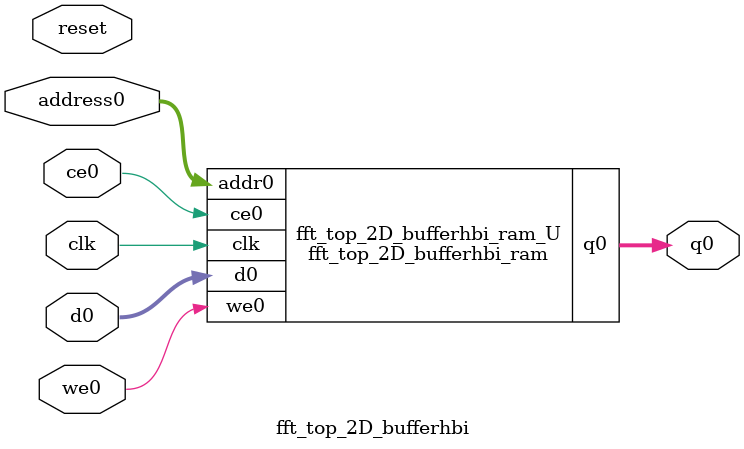
<source format=v>
`timescale 1 ns / 1 ps
module fft_top_2D_bufferhbi_ram (addr0, ce0, d0, we0, q0,  clk);

parameter DWIDTH = 64;
parameter AWIDTH = 7;
parameter MEM_SIZE = 128;

input[AWIDTH-1:0] addr0;
input ce0;
input[DWIDTH-1:0] d0;
input we0;
output reg[DWIDTH-1:0] q0;
input clk;

(* ram_style = "block" *)reg [DWIDTH-1:0] ram[0:MEM_SIZE-1];




always @(posedge clk)  
begin 
    if (ce0) begin
        if (we0) 
            ram[addr0] <= d0; 
        q0 <= ram[addr0];
    end
end


endmodule

`timescale 1 ns / 1 ps
module fft_top_2D_bufferhbi(
    reset,
    clk,
    address0,
    ce0,
    we0,
    d0,
    q0);

parameter DataWidth = 32'd64;
parameter AddressRange = 32'd128;
parameter AddressWidth = 32'd7;
input reset;
input clk;
input[AddressWidth - 1:0] address0;
input ce0;
input we0;
input[DataWidth - 1:0] d0;
output[DataWidth - 1:0] q0;



fft_top_2D_bufferhbi_ram fft_top_2D_bufferhbi_ram_U(
    .clk( clk ),
    .addr0( address0 ),
    .ce0( ce0 ),
    .we0( we0 ),
    .d0( d0 ),
    .q0( q0 ));

endmodule


</source>
